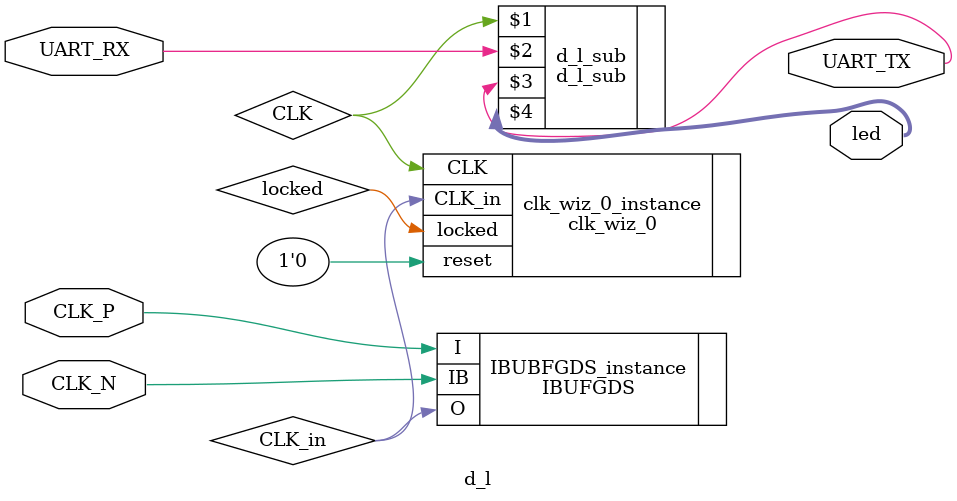
<source format=sv>
module d_l(
    input logic CLK_P,
    input logic CLK_N,
	input logic UART_RX,
    output logic UART_TX,
    output logic [7:0] led
);
	logic CLK_in;
    logic CLK;
    logic locked;
    IBUFGDS IBUBFGDS_instance(.I(CLK_P), .IB(CLK_N), .O(CLK_in));

    clk_wiz_0 clk_wiz_0_instance(
        .CLK_in(CLK_in),
        .CLK(CLK),
        .reset(1'b0),
        .locked(locked)
    );
    
    d_l_sub d_l_sub(
        CLK,
        UART_RX,
        UART_TX,
        led
    );
endmodule


</source>
